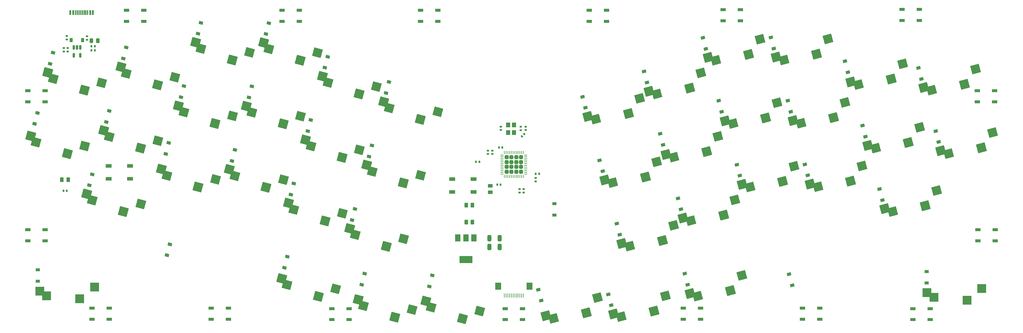
<source format=gbr>
%TF.GenerationSoftware,KiCad,Pcbnew,(6.0.0)*%
%TF.CreationDate,2022-07-03T18:01:25-07:00*%
%TF.ProjectId,ffkb,66666b62-2e6b-4696-9361-645f70636258,rev?*%
%TF.SameCoordinates,Original*%
%TF.FileFunction,Paste,Bot*%
%TF.FilePolarity,Positive*%
%FSLAX46Y46*%
G04 Gerber Fmt 4.6, Leading zero omitted, Abs format (unit mm)*
G04 Created by KiCad (PCBNEW (6.0.0)) date 2022-07-03 18:01:25*
%MOMM*%
%LPD*%
G01*
G04 APERTURE LIST*
G04 Aperture macros list*
%AMRoundRect*
0 Rectangle with rounded corners*
0 $1 Rounding radius*
0 $2 $3 $4 $5 $6 $7 $8 $9 X,Y pos of 4 corners*
0 Add a 4 corners polygon primitive as box body*
4,1,4,$2,$3,$4,$5,$6,$7,$8,$9,$2,$3,0*
0 Add four circle primitives for the rounded corners*
1,1,$1+$1,$2,$3*
1,1,$1+$1,$4,$5*
1,1,$1+$1,$6,$7*
1,1,$1+$1,$8,$9*
0 Add four rect primitives between the rounded corners*
20,1,$1+$1,$2,$3,$4,$5,0*
20,1,$1+$1,$4,$5,$6,$7,0*
20,1,$1+$1,$6,$7,$8,$9,0*
20,1,$1+$1,$8,$9,$2,$3,0*%
%AMRotRect*
0 Rectangle, with rotation*
0 The origin of the aperture is its center*
0 $1 length*
0 $2 width*
0 $3 Rotation angle, in degrees counterclockwise*
0 Add horizontal line*
21,1,$1,$2,0,0,$3*%
G04 Aperture macros list end*
%ADD10RotRect,2.600000X2.600000X345.000000*%
%ADD11RotRect,2.550000X2.500000X165.000000*%
%ADD12RotRect,2.550000X2.500000X195.000000*%
%ADD13RotRect,2.600000X2.600000X15.000000*%
%ADD14R,2.600000X2.600000*%
%ADD15R,2.550000X2.500000*%
%ADD16RotRect,0.900000X1.200000X255.000000*%
%ADD17RotRect,0.900000X1.200000X285.000000*%
%ADD18R,1.800000X1.100000*%
%ADD19R,1.501140X0.899160*%
%ADD20R,1.200000X0.900000*%
%ADD21R,1.500000X2.000000*%
%ADD22R,3.800000X2.000000*%
%ADD23RoundRect,0.140000X0.140000X0.170000X-0.140000X0.170000X-0.140000X-0.170000X0.140000X-0.170000X0*%
%ADD24RoundRect,0.135000X-0.135000X-0.185000X0.135000X-0.185000X0.135000X0.185000X-0.135000X0.185000X0*%
%ADD25RoundRect,0.140000X-0.170000X0.140000X-0.170000X-0.140000X0.170000X-0.140000X0.170000X0.140000X0*%
%ADD26RoundRect,0.140000X0.170000X-0.140000X0.170000X0.140000X-0.170000X0.140000X-0.170000X-0.140000X0*%
%ADD27R,0.280000X1.250000*%
%ADD28R,1.800000X2.000000*%
%ADD29R,1.200000X1.400000*%
%ADD30RoundRect,0.135000X0.135000X0.185000X-0.135000X0.185000X-0.135000X-0.185000X0.135000X-0.185000X0*%
%ADD31RoundRect,0.135000X0.185000X-0.135000X0.185000X0.135000X-0.185000X0.135000X-0.185000X-0.135000X0*%
%ADD32RoundRect,0.250000X0.262500X0.450000X-0.262500X0.450000X-0.262500X-0.450000X0.262500X-0.450000X0*%
%ADD33R,0.900000X1.200000*%
%ADD34RoundRect,0.140000X-0.021213X0.219203X-0.219203X0.021213X0.021213X-0.219203X0.219203X-0.021213X0*%
%ADD35RoundRect,0.250000X-0.262500X-0.450000X0.262500X-0.450000X0.262500X0.450000X-0.262500X0.450000X0*%
%ADD36RoundRect,0.250000X-0.315000X0.315000X-0.315000X-0.315000X0.315000X-0.315000X0.315000X0.315000X0*%
%ADD37RoundRect,0.062500X-0.062500X0.375000X-0.062500X-0.375000X0.062500X-0.375000X0.062500X0.375000X0*%
%ADD38RoundRect,0.062500X-0.375000X0.062500X-0.375000X-0.062500X0.375000X-0.062500X0.375000X0.062500X0*%
%ADD39RoundRect,0.250000X0.325000X0.650000X-0.325000X0.650000X-0.325000X-0.650000X0.325000X-0.650000X0*%
%ADD40RoundRect,0.140000X-0.140000X-0.170000X0.140000X-0.170000X0.140000X0.170000X-0.140000X0.170000X0*%
%ADD41R,0.600000X1.450000*%
%ADD42R,0.300000X1.450000*%
%ADD43RoundRect,0.150000X-0.150000X0.512500X-0.150000X-0.512500X0.150000X-0.512500X0.150000X0.512500X0*%
%ADD44RoundRect,0.135000X-0.185000X0.135000X-0.185000X-0.135000X0.185000X-0.135000X0.185000X0.135000X0*%
%ADD45RoundRect,0.243750X0.243750X0.456250X-0.243750X0.456250X-0.243750X-0.456250X0.243750X-0.456250X0*%
%ADD46RoundRect,0.250000X-0.450000X0.262500X-0.450000X-0.262500X0.450000X-0.262500X0.450000X0.262500X0*%
%ADD47RoundRect,0.147500X0.172500X-0.147500X0.172500X0.147500X-0.172500X0.147500X-0.172500X-0.147500X0*%
G04 APERTURE END LIST*
D10*
%TO.C,SW22*%
X35965463Y-70482100D03*
D11*
X37538597Y-72280537D03*
D10*
X46552505Y-75596497D03*
D11*
X51574070Y-73411730D03*
%TD*%
D10*
%TO.C,SW33*%
X70711193Y-102130593D03*
D11*
X72284327Y-103929030D03*
X86319800Y-105060223D03*
D10*
X81298235Y-107244990D03*
%TD*%
%TO.C,SW23*%
X55612145Y-70570021D03*
D11*
X57185279Y-72368458D03*
D10*
X66199187Y-75684418D03*
D11*
X71220752Y-73499651D03*
%TD*%
%TO.C,SW35*%
X113944325Y-110417034D03*
D10*
X112371191Y-108618597D03*
D11*
X127979798Y-111548227D03*
D10*
X122958233Y-113732994D03*
%TD*%
D11*
%TO.C,SW25*%
X91949326Y-89448025D03*
D10*
X90376192Y-87649588D03*
X100963234Y-92763985D03*
D11*
X105984799Y-90579218D03*
%TD*%
%TO.C,SW21*%
X15950774Y-79437044D03*
D10*
X14377640Y-77638607D03*
X24964682Y-82753004D03*
D11*
X29986247Y-80568237D03*
%TD*%
D10*
%TO.C,SW14*%
X77588213Y-61964628D03*
D11*
X79161347Y-63763065D03*
X93196820Y-64894258D03*
D10*
X88175255Y-67079025D03*
%TD*%
%TO.C,SW34*%
X92796191Y-108182587D03*
D11*
X94369325Y-109981024D03*
X108404798Y-111112217D03*
D10*
X103383233Y-113296984D03*
%TD*%
D11*
%TO.C,SW4*%
X84078900Y-45410475D03*
D10*
X82505766Y-43612038D03*
X93092808Y-48726435D03*
D11*
X98114373Y-46541668D03*
%TD*%
%TO.C,SW24*%
X74243784Y-82115652D03*
D10*
X72670650Y-80317215D03*
X83257692Y-85431612D03*
D11*
X88279257Y-83246845D03*
%TD*%
%TO.C,SW12*%
X42456161Y-53927944D03*
D10*
X40883027Y-52129507D03*
X51470069Y-57243904D03*
D11*
X56491634Y-55059137D03*
%TD*%
%TO.C,SW3*%
X67020405Y-35663277D03*
D10*
X65447271Y-33864840D03*
X76034313Y-38979237D03*
D11*
X81055878Y-36794470D03*
%TD*%
%TO.C,SW15*%
X96866895Y-71095448D03*
D10*
X95293761Y-69297011D03*
X105880803Y-74411408D03*
D11*
X110902368Y-72226641D03*
%TD*%
D10*
%TO.C,SW5*%
X100211312Y-50944406D03*
D11*
X101784446Y-52742843D03*
D10*
X110798354Y-56058803D03*
D11*
X115819919Y-53874036D03*
%TD*%
D10*
%TO.C,SW13*%
X60529716Y-52217430D03*
D11*
X62102850Y-54015867D03*
X76138323Y-55147060D03*
D10*
X71116758Y-57331827D03*
%TD*%
D11*
%TO.C,SW1*%
X25785903Y-42731853D03*
D10*
X24212769Y-40933416D03*
D11*
X39821376Y-43863046D03*
D10*
X34799811Y-46047813D03*
%TD*%
%TO.C,SW2*%
X45800587Y-33776915D03*
D11*
X47373721Y-35575352D03*
D10*
X56387629Y-38891312D03*
D11*
X61409194Y-36706545D03*
%TD*%
%TO.C,SW11*%
X20868334Y-61084447D03*
D10*
X19295200Y-59286010D03*
D11*
X34903807Y-62215640D03*
D10*
X29882242Y-64400407D03*
%TD*%
D12*
%TO.C,SW36*%
X149324407Y-113674754D03*
D13*
X147062815Y-112903828D03*
D12*
X162045080Y-107636659D03*
D13*
X158788660Y-112039505D03*
%TD*%
D12*
%TO.C,SW29*%
X225730094Y-75538752D03*
D13*
X223468502Y-74767826D03*
D12*
X238450767Y-69500657D03*
D13*
X235194347Y-73903503D03*
%TD*%
D12*
%TO.C,SW37*%
X168899462Y-113139058D03*
D13*
X166637870Y-112368132D03*
D12*
X181620135Y-107100963D03*
D13*
X178363715Y-111503809D03*
%TD*%
D12*
%TO.C,SW38*%
X190984052Y-107186757D03*
D13*
X188722460Y-106415831D03*
X200448305Y-105551508D03*
D12*
X203704725Y-101148662D03*
%TD*%
%TO.C,SW30*%
X247317928Y-82695266D03*
D13*
X245056336Y-81924340D03*
D12*
X260038601Y-76657171D03*
D13*
X256782181Y-81060017D03*
%TD*%
D12*
%TO.C,SW26*%
X171319376Y-92706251D03*
D13*
X169057784Y-91935325D03*
D12*
X184040049Y-86668156D03*
D13*
X180783629Y-91071002D03*
%TD*%
D12*
%TO.C,SW27*%
X189024925Y-85373885D03*
D13*
X186763333Y-84602959D03*
D12*
X201745598Y-79335790D03*
D13*
X198489178Y-83738636D03*
%TD*%
%TO.C,SW28*%
X203821817Y-74855756D03*
D12*
X206083409Y-75626682D03*
D13*
X215547662Y-73991433D03*
D12*
X218804082Y-69588587D03*
%TD*%
D13*
%TO.C,SW20*%
X240138772Y-63571746D03*
D12*
X242400364Y-64342672D03*
D13*
X251864617Y-62707423D03*
D12*
X255121037Y-58304577D03*
%TD*%
%TO.C,SW7*%
X179189800Y-48668697D03*
D13*
X176928208Y-47897771D03*
X188654053Y-47033448D03*
D12*
X191910473Y-42630602D03*
%TD*%
%TO.C,SW9*%
X215894973Y-38833575D03*
D13*
X213633381Y-38062649D03*
D12*
X228615646Y-32795480D03*
D13*
X225359226Y-37198326D03*
%TD*%
%TO.C,SW8*%
X193986693Y-38150581D03*
D12*
X196248285Y-38921507D03*
D13*
X205712538Y-37286258D03*
D12*
X208968958Y-32883412D03*
%TD*%
%TO.C,SW16*%
X166401816Y-74353668D03*
D13*
X164140224Y-73582742D03*
D12*
X179122489Y-68315573D03*
D13*
X175866069Y-72718419D03*
%TD*%
%TO.C,SW19*%
X218550946Y-56415246D03*
D12*
X220812538Y-57186172D03*
X233533211Y-51148077D03*
D13*
X230276791Y-55550923D03*
%TD*%
%TO.C,SW17*%
X181845761Y-66250364D03*
D12*
X184107353Y-67021290D03*
X196828026Y-60983195D03*
D13*
X193571606Y-65386041D03*
%TD*%
D12*
%TO.C,SW18*%
X201165851Y-57274090D03*
D13*
X198904259Y-56503164D03*
X210630104Y-55638841D03*
D12*
X213886524Y-51235995D03*
%TD*%
D13*
%TO.C,SW10*%
X235221209Y-45219157D03*
D12*
X237482801Y-45990083D03*
X250203474Y-39951988D03*
D13*
X246947054Y-44354834D03*
%TD*%
D12*
%TO.C,SW6*%
X161484251Y-56001078D03*
D13*
X159222659Y-55230152D03*
X170948504Y-54365829D03*
D12*
X174204924Y-49962983D03*
%TD*%
D11*
%TO.C,SW31*%
X4655642Y-44316963D03*
D10*
X3082508Y-42518526D03*
D11*
X18691115Y-45448156D03*
D10*
X13669550Y-47632923D03*
%TD*%
D13*
%TO.C,SW32*%
X256351452Y-46804253D03*
D12*
X258613044Y-47575179D03*
D13*
X268077297Y-45939930D03*
D12*
X271333717Y-41537084D03*
%TD*%
D10*
%TO.C,SW39*%
X-1835044Y-60871117D03*
D11*
X-261910Y-62669554D03*
X13773563Y-63800747D03*
D10*
X8751998Y-65985514D03*
%TD*%
D12*
%TO.C,SW40*%
X263530608Y-65927782D03*
D13*
X261269016Y-65156856D03*
D12*
X276251281Y-59889687D03*
D13*
X272994861Y-64292533D03*
%TD*%
D14*
%TO.C,SW46*%
X771633Y-105784180D03*
D15*
X2756633Y-107114180D03*
D14*
X12321633Y-107984180D03*
D15*
X16606633Y-104574180D03*
%TD*%
D14*
%TO.C,SW47*%
X257261633Y-106214176D03*
D15*
X259246633Y-107544176D03*
D14*
X268811633Y-108414176D03*
D15*
X273096633Y-105004176D03*
%TD*%
D16*
%TO.C,D81*%
X38425375Y-92194704D03*
X37571273Y-95382260D03*
%TD*%
D17*
%TO.C,D82*%
X217410064Y-100865542D03*
X218264166Y-104053098D03*
%TD*%
D18*
%TO.C,SW41*%
X126196969Y-73348497D03*
X119996969Y-77048497D03*
X126196969Y-77048497D03*
X119996969Y-73348497D03*
%TD*%
D16*
%TO.C,D3*%
X66998455Y-28172357D03*
X66144353Y-31359913D03*
%TD*%
%TO.C,D5*%
X101762494Y-45251918D03*
X100908392Y-48439474D03*
%TD*%
%TO.C,D4*%
X84056954Y-37919540D03*
X83202852Y-41107096D03*
%TD*%
%TO.C,D1*%
X25763939Y-35240935D03*
X24909837Y-38428491D03*
%TD*%
%TO.C,D2*%
X47351767Y-28084419D03*
X46497665Y-31271975D03*
%TD*%
%TO.C,D12*%
X42434204Y-46437007D03*
X41580102Y-49624563D03*
%TD*%
%TO.C,D14*%
X79139383Y-56272130D03*
X78285281Y-59459686D03*
%TD*%
%TO.C,D13*%
X62080889Y-46524940D03*
X61226787Y-49712496D03*
%TD*%
%TO.C,D15*%
X96844934Y-63604512D03*
X95990832Y-66792068D03*
%TD*%
%TO.C,D22*%
X38091346Y-62872527D03*
X37237244Y-66060083D03*
%TD*%
%TO.C,D25*%
X91927379Y-81957100D03*
X91073277Y-85144656D03*
%TD*%
%TO.C,D24*%
X74221825Y-74624727D03*
X73367723Y-77812283D03*
%TD*%
%TO.C,D23*%
X57163334Y-64877544D03*
X56309232Y-68065100D03*
%TD*%
%TO.C,D21*%
X15928812Y-71946108D03*
X15074710Y-75133664D03*
%TD*%
%TO.C,D11*%
X20846381Y-53593526D03*
X19992279Y-56781082D03*
%TD*%
D19*
%TO.C,D41*%
X-2652729Y-51004382D03*
X-2652729Y-47803982D03*
X2345991Y-47803982D03*
X2345991Y-51004382D03*
%TD*%
D16*
%TO.C,D33*%
X72332374Y-95762551D03*
X71478272Y-98950107D03*
%TD*%
%TO.C,D34*%
X94673685Y-100710404D03*
X93819583Y-103897960D03*
%TD*%
%TO.C,D35*%
X114273686Y-101210407D03*
X113419584Y-104397963D03*
%TD*%
D17*
%TO.C,D9*%
X212130504Y-32357211D03*
X212984606Y-35544767D03*
%TD*%
%TO.C,D10*%
X233553017Y-39217799D03*
X234407119Y-42405355D03*
%TD*%
%TO.C,D7*%
X175425329Y-42192341D03*
X176279431Y-45379897D03*
%TD*%
%TO.C,D8*%
X192483816Y-32445147D03*
X193337918Y-35632703D03*
%TD*%
%TO.C,D6*%
X157719787Y-49524716D03*
X158573889Y-52712272D03*
%TD*%
%TO.C,D19*%
X217036855Y-50667982D03*
X217890957Y-53855538D03*
%TD*%
%TO.C,D17*%
X180119584Y-60210397D03*
X180973686Y-63397953D03*
%TD*%
%TO.C,D26*%
X167554898Y-86229891D03*
X168409000Y-89417447D03*
%TD*%
%TO.C,D16*%
X162637343Y-67877299D03*
X163491445Y-71064855D03*
%TD*%
%TO.C,D18*%
X197084068Y-50647496D03*
X197938170Y-53835052D03*
%TD*%
%TO.C,D28*%
X202318938Y-69150323D03*
X203173040Y-72337879D03*
%TD*%
%TO.C,D27*%
X185260443Y-78897516D03*
X186114545Y-82085072D03*
%TD*%
%TO.C,D20*%
X238635888Y-57866319D03*
X239489990Y-61053875D03*
%TD*%
%TO.C,D36*%
X144919579Y-105310399D03*
X145773681Y-108497955D03*
%TD*%
%TO.C,D38*%
X187219576Y-100710403D03*
X188073678Y-103897959D03*
%TD*%
%TO.C,D29*%
X221965628Y-69062394D03*
X222819730Y-72249950D03*
%TD*%
%TO.C,D30*%
X243553450Y-76218901D03*
X244407552Y-79406457D03*
%TD*%
%TO.C,D37*%
X165134984Y-106662700D03*
X165989086Y-109850256D03*
%TD*%
D16*
%TO.C,D31*%
X4573689Y-36775195D03*
X3719587Y-39962751D03*
%TD*%
D17*
%TO.C,D32*%
X254786789Y-41189269D03*
X255640891Y-44376825D03*
%TD*%
D16*
%TO.C,D39*%
X139965Y-54160213D03*
X-714137Y-57347769D03*
%TD*%
D17*
%TO.C,D40*%
X259775066Y-59419386D03*
X260629168Y-62606942D03*
%TD*%
D20*
%TO.C,D44*%
X246635Y-99554182D03*
X246635Y-102854182D03*
%TD*%
%TO.C,D51*%
X257197143Y-100095578D03*
X257197143Y-103395578D03*
%TD*%
%TO.C,D87*%
X149524889Y-83719264D03*
X149524889Y-80419264D03*
%TD*%
D21*
%TO.C,U2*%
X121646629Y-90354181D03*
X123946629Y-90354181D03*
D22*
X123946629Y-96654181D03*
D21*
X126246629Y-90354181D03*
%TD*%
D23*
%TO.C,C14*%
X145126634Y-71804183D03*
X144166634Y-71804183D03*
%TD*%
%TO.C,C3*%
X134526633Y-64204183D03*
X133566633Y-64204183D03*
%TD*%
D19*
%TO.C,D46*%
X85247273Y-114004378D03*
X85247273Y-110803978D03*
X90245993Y-110803978D03*
X90245993Y-114004378D03*
%TD*%
%TO.C,D55*%
X198347270Y-27504380D03*
X198347270Y-24303980D03*
X203345990Y-24303980D03*
X203345990Y-27504380D03*
%TD*%
D24*
%TO.C,R10*%
X15736632Y-36104185D03*
X16756632Y-36104185D03*
%TD*%
D25*
%TO.C,C12*%
X131646635Y-65124181D03*
X131646635Y-66084181D03*
%TD*%
D19*
%TO.C,D47*%
X135347273Y-114004377D03*
X135347273Y-110803977D03*
X140345993Y-110803977D03*
X140345993Y-114004377D03*
%TD*%
D26*
%TO.C,C8*%
X141221628Y-59134184D03*
X141221628Y-58174184D03*
%TD*%
D23*
%TO.C,C13*%
X8626637Y-76704183D03*
X7666637Y-76704183D03*
%TD*%
D19*
%TO.C,D70*%
X110847274Y-27704380D03*
X110847274Y-24503980D03*
X115845994Y-24503980D03*
X115845994Y-27704380D03*
%TD*%
%TO.C,D56*%
X159647277Y-27704376D03*
X159647277Y-24503976D03*
X164645997Y-24503976D03*
X164645997Y-27704376D03*
%TD*%
%TO.C,D83*%
X25847273Y-27704379D03*
X25847273Y-24503979D03*
X30845993Y-24503979D03*
X30845993Y-27704379D03*
%TD*%
D27*
%TO.C,J3*%
X135096632Y-107072184D03*
X135596632Y-107072184D03*
X136096632Y-107072184D03*
X136596632Y-107072184D03*
X137096632Y-107072184D03*
X137596632Y-107072184D03*
X138096632Y-107072184D03*
X138596632Y-107072184D03*
X139096632Y-107072184D03*
X139596632Y-107072184D03*
X140096632Y-107072184D03*
X140596632Y-107072184D03*
D28*
X142396632Y-104348184D03*
X133296632Y-104348184D03*
%TD*%
D29*
%TO.C,Y1*%
X136171638Y-59854185D03*
X136171638Y-57654185D03*
X137871638Y-57654185D03*
X137871638Y-59854185D03*
%TD*%
D30*
%TO.C,R5*%
X127856631Y-68304182D03*
X126836631Y-68304182D03*
%TD*%
D31*
%TO.C,R6*%
X139446633Y-77214181D03*
X139446633Y-76194181D03*
%TD*%
D32*
%TO.C,R2*%
X125859128Y-80904187D03*
X124034128Y-80904187D03*
%TD*%
D19*
%TO.C,D53*%
X271847275Y-51004388D03*
X271847275Y-47803988D03*
X276845995Y-47803988D03*
X276845995Y-51004388D03*
%TD*%
D26*
%TO.C,C9*%
X144146635Y-73984178D03*
X144146635Y-73024178D03*
%TD*%
D32*
%TO.C,R1*%
X125859131Y-85804183D03*
X124034131Y-85804183D03*
%TD*%
D19*
%TO.C,D48*%
X186847275Y-113904390D03*
X186847275Y-110703990D03*
X191845995Y-110703990D03*
X191845995Y-113904390D03*
%TD*%
%TO.C,D42*%
X-2652729Y-91204377D03*
X-2652729Y-88003977D03*
X2345991Y-88003977D03*
X2345991Y-91204377D03*
%TD*%
D33*
%TO.C,D88*%
X9896632Y-33104180D03*
X13196632Y-33104180D03*
%TD*%
D19*
%TO.C,D49*%
X221247272Y-113904380D03*
X221247272Y-110703980D03*
X226245992Y-110703980D03*
X226245992Y-113904380D03*
%TD*%
%TO.C,D77*%
X70847269Y-27704382D03*
X70847269Y-24503982D03*
X75845989Y-24503982D03*
X75845989Y-27704382D03*
%TD*%
D34*
%TO.C,C7*%
X140839411Y-60260589D03*
X140160589Y-60939411D03*
%TD*%
D35*
%TO.C,R11*%
X7185382Y-73529882D03*
X9010382Y-73529882D03*
%TD*%
D36*
%TO.C,U3*%
X139946634Y-69804178D03*
X139946634Y-71204178D03*
X138546634Y-71204178D03*
X135746634Y-69804178D03*
X135746634Y-67004178D03*
X138546634Y-68404178D03*
X139946634Y-67004178D03*
X135746634Y-71204178D03*
X138546634Y-67004178D03*
X135746634Y-68404178D03*
X137146634Y-71204178D03*
X137146634Y-69804178D03*
X138546634Y-69804178D03*
X137146634Y-68404178D03*
X137146634Y-67004178D03*
X139946634Y-68404178D03*
D37*
X135096634Y-65666678D03*
X135596634Y-65666678D03*
X136096634Y-65666678D03*
X136596634Y-65666678D03*
X137096634Y-65666678D03*
X137596634Y-65666678D03*
X138096634Y-65666678D03*
X138596634Y-65666678D03*
X139096634Y-65666678D03*
X139596634Y-65666678D03*
X140096634Y-65666678D03*
X140596634Y-65666678D03*
D38*
X141284134Y-66354178D03*
X141284134Y-66854178D03*
X141284134Y-67354178D03*
X141284134Y-67854178D03*
X141284134Y-68354178D03*
X141284134Y-68854178D03*
X141284134Y-69354178D03*
X141284134Y-69854178D03*
X141284134Y-70354178D03*
X141284134Y-70854178D03*
X141284134Y-71354178D03*
X141284134Y-71854178D03*
D37*
X140596634Y-72541678D03*
X140096634Y-72541678D03*
X139596634Y-72541678D03*
X139096634Y-72541678D03*
X138596634Y-72541678D03*
X138096634Y-72541678D03*
X137596634Y-72541678D03*
X137096634Y-72541678D03*
X136596634Y-72541678D03*
X136096634Y-72541678D03*
X135596634Y-72541678D03*
X135096634Y-72541678D03*
D38*
X134409134Y-71854178D03*
X134409134Y-71354178D03*
X134409134Y-70854178D03*
X134409134Y-70354178D03*
X134409134Y-69854178D03*
X134409134Y-69354178D03*
X134409134Y-68854178D03*
X134409134Y-68354178D03*
X134409134Y-67854178D03*
X134409134Y-67354178D03*
X134409134Y-66854178D03*
X134409134Y-66354178D03*
%TD*%
D39*
%TO.C,C1*%
X133721635Y-90404181D03*
X130771635Y-90404181D03*
%TD*%
D26*
%TO.C,C10*%
X8846639Y-36384180D03*
X8846639Y-35424180D03*
%TD*%
D40*
%TO.C,C11*%
X133041632Y-74904185D03*
X134001632Y-74904185D03*
%TD*%
D41*
%TO.C,J2*%
X9626637Y-25189185D03*
X10426637Y-25189185D03*
D42*
X11126637Y-25189185D03*
X12126637Y-25189185D03*
X13626637Y-25189185D03*
X14626637Y-25189185D03*
D41*
X15326637Y-25189185D03*
X16126637Y-25189185D03*
X16126637Y-25189185D03*
X15326637Y-25189185D03*
D42*
X14126637Y-25189185D03*
X13126637Y-25189185D03*
X12626637Y-25189185D03*
X11626637Y-25189185D03*
D41*
X10426637Y-25189185D03*
X9626637Y-25189185D03*
%TD*%
D25*
%TO.C,C6*%
X130346634Y-65124183D03*
X130346634Y-66084183D03*
%TD*%
D19*
%TO.C,D54*%
X250047269Y-27404384D03*
X250047269Y-24203984D03*
X255045989Y-24203984D03*
X255045989Y-27404384D03*
%TD*%
D25*
%TO.C,C4*%
X7746634Y-35424181D03*
X7746634Y-36384181D03*
%TD*%
D19*
%TO.C,D50*%
X253147273Y-114004381D03*
X253147273Y-110803981D03*
X258145993Y-110803981D03*
X258145993Y-114004381D03*
%TD*%
D43*
%TO.C,U1*%
X10596631Y-35266678D03*
X11546631Y-35266678D03*
X12496631Y-35266678D03*
X12496631Y-37541678D03*
X10596631Y-37541678D03*
%TD*%
D44*
%TO.C,R4*%
X139821633Y-58144181D03*
X139821633Y-59164181D03*
%TD*%
D24*
%TO.C,R9*%
X15736627Y-34904182D03*
X16756627Y-34904182D03*
%TD*%
D39*
%TO.C,C2*%
X133721637Y-93004183D03*
X130771637Y-93004183D03*
%TD*%
D44*
%TO.C,R7*%
X8546640Y-31894182D03*
X8546640Y-32914182D03*
%TD*%
D26*
%TO.C,C5*%
X134021633Y-59134183D03*
X134021633Y-58174183D03*
%TD*%
D19*
%TO.C,D45*%
X50347269Y-113904382D03*
X50347269Y-110703982D03*
X55345989Y-110703982D03*
X55345989Y-113904382D03*
%TD*%
%TO.C,D43*%
X15847274Y-113904384D03*
X15847274Y-110703984D03*
X20845994Y-110703984D03*
X20845994Y-113904384D03*
%TD*%
D18*
%TO.C,SW49*%
X26896629Y-69554178D03*
X20696629Y-73254178D03*
X26896629Y-73254178D03*
X20696629Y-69554178D03*
%TD*%
D19*
%TO.C,D52*%
X271947272Y-91204384D03*
X271947272Y-88003984D03*
X276945992Y-88003984D03*
X276945992Y-91204384D03*
%TD*%
D44*
%TO.C,R8*%
X14400000Y-31990000D03*
X14400000Y-33010000D03*
%TD*%
D45*
%TO.C,F1*%
X17584133Y-33304178D03*
X15709133Y-33304178D03*
%TD*%
D46*
%TO.C,R3*%
X131021633Y-75291680D03*
X131021633Y-77116680D03*
%TD*%
D47*
%TO.C,D89*%
X140646635Y-77189178D03*
X140646635Y-76219178D03*
%TD*%
M02*

</source>
